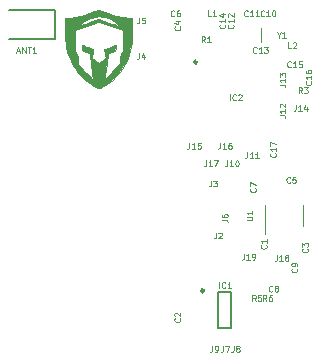
<source format=gbr>
G04 #@! TF.GenerationSoftware,KiCad,Pcbnew,(5.1.6)-1*
G04 #@! TF.CreationDate,2021-05-09T15:01:23+05:30*
G04 #@! TF.ProjectId,ProTag,50726f54-6167-42e6-9b69-6361645f7063,1*
G04 #@! TF.SameCoordinates,Original*
G04 #@! TF.FileFunction,Legend,Top*
G04 #@! TF.FilePolarity,Positive*
%FSLAX45Y45*%
G04 Gerber Fmt 4.5, Leading zero omitted, Abs format (unit mm)*
G04 Created by KiCad (PCBNEW (5.1.6)-1) date 2021-05-09 15:01:23*
%MOMM*%
%LPD*%
G01*
G04 APERTURE LIST*
%ADD10C,0.010000*%
%ADD11C,0.200000*%
%ADD12C,0.254000*%
%ADD13C,0.250000*%
%ADD14C,0.120000*%
%ADD15C,0.100000*%
G04 APERTURE END LIST*
D10*
G04 #@! TO.C,G\u002A\u002A\u002A*
G36*
X17695612Y-10611610D02*
G01*
X17706416Y-10614911D01*
X17720704Y-10619761D01*
X17732487Y-10624014D01*
X17768351Y-10636395D01*
X17805350Y-10647559D01*
X17842068Y-10657179D01*
X17877088Y-10664928D01*
X17908993Y-10670479D01*
X17936367Y-10673507D01*
X17949147Y-10673978D01*
X17961867Y-10674508D01*
X17969025Y-10676403D01*
X17972395Y-10680156D01*
X17972518Y-10680458D01*
X17973487Y-10686206D01*
X17974545Y-10697946D01*
X17975599Y-10714281D01*
X17976554Y-10733818D01*
X17977087Y-10747884D01*
X17976449Y-10819549D01*
X17969618Y-10887478D01*
X17956617Y-10951575D01*
X17937471Y-11011743D01*
X17912204Y-11067884D01*
X17887468Y-11110031D01*
X17872595Y-11130211D01*
X17853299Y-11152669D01*
X17831339Y-11175633D01*
X17808473Y-11197330D01*
X17786458Y-11215990D01*
X17771280Y-11227116D01*
X17759793Y-11234421D01*
X17745750Y-11242811D01*
X17730636Y-11251468D01*
X17715934Y-11259574D01*
X17703129Y-11266310D01*
X17693705Y-11270858D01*
X17689169Y-11272401D01*
X17685679Y-11270745D01*
X17677184Y-11266399D01*
X17665202Y-11260144D01*
X17658596Y-11256661D01*
X17625573Y-11237907D01*
X17597096Y-11218607D01*
X17570465Y-11196775D01*
X17547432Y-11174915D01*
X17515285Y-11139639D01*
X17488196Y-11102720D01*
X17465234Y-11062615D01*
X17445470Y-11017783D01*
X17434842Y-10988221D01*
X17424380Y-10954457D01*
X17416411Y-10922510D01*
X17410662Y-10890531D01*
X17406859Y-10856669D01*
X17404730Y-10819073D01*
X17404014Y-10779287D01*
X17404021Y-10774190D01*
X17490495Y-10774190D01*
X17490495Y-10954524D01*
X17503426Y-10978049D01*
X17509945Y-10990582D01*
X17513827Y-11000744D01*
X17515758Y-11011401D01*
X17516423Y-11025419D01*
X17516488Y-11032671D01*
X17516620Y-11063767D01*
X17578372Y-11130847D01*
X17599120Y-11153110D01*
X17615941Y-11170571D01*
X17628633Y-11183035D01*
X17636994Y-11190305D01*
X17640823Y-11192186D01*
X17641047Y-11191806D01*
X17640813Y-11186676D01*
X17639694Y-11175213D01*
X17637806Y-11158406D01*
X17635265Y-11137245D01*
X17632188Y-11112717D01*
X17628690Y-11085811D01*
X17628040Y-11080904D01*
X17614109Y-10976121D01*
X17582192Y-10963349D01*
X17550274Y-10950577D01*
X17547704Y-10928436D01*
X17546545Y-10916537D01*
X17546133Y-10908015D01*
X17546447Y-10905039D01*
X17550144Y-10905850D01*
X17559135Y-10908923D01*
X17571906Y-10913658D01*
X17586940Y-10919454D01*
X17602720Y-10925711D01*
X17617729Y-10931829D01*
X17630451Y-10937207D01*
X17639370Y-10941245D01*
X17642858Y-10943204D01*
X17643496Y-10947806D01*
X17642842Y-10957813D01*
X17641045Y-10971381D01*
X17640092Y-10977094D01*
X17637583Y-10992020D01*
X17635695Y-11004531D01*
X17634732Y-11012554D01*
X17634670Y-11013891D01*
X17637620Y-11018225D01*
X17645467Y-11025259D01*
X17656822Y-11033813D01*
X17663759Y-11038542D01*
X17692770Y-11057652D01*
X17751757Y-11018160D01*
X17745418Y-10980636D01*
X17739078Y-10943113D01*
X17746866Y-10940125D01*
X17753235Y-10937618D01*
X17764809Y-10933005D01*
X17779938Y-10926946D01*
X17796876Y-10920138D01*
X17813100Y-10913740D01*
X17826646Y-10908651D01*
X17836161Y-10905360D01*
X17840293Y-10904359D01*
X17840347Y-10904388D01*
X17840317Y-10908362D01*
X17839012Y-10917510D01*
X17836918Y-10928804D01*
X17832240Y-10951971D01*
X17804531Y-10962885D01*
X17791155Y-10968368D01*
X17780435Y-10973161D01*
X17774265Y-10976407D01*
X17773657Y-10976874D01*
X17772510Y-10981025D01*
X17770600Y-10991356D01*
X17768079Y-11006762D01*
X17765100Y-11026141D01*
X17761817Y-11048388D01*
X17758383Y-11072399D01*
X17754950Y-11097072D01*
X17751672Y-11121303D01*
X17748702Y-11143988D01*
X17746193Y-11164023D01*
X17744299Y-11180305D01*
X17743171Y-11191730D01*
X17742964Y-11197195D01*
X17743056Y-11197488D01*
X17745777Y-11195221D01*
X17752783Y-11188190D01*
X17763398Y-11177106D01*
X17776948Y-11162681D01*
X17792757Y-11145627D01*
X17807496Y-11129563D01*
X17870683Y-11060387D01*
X17868551Y-11032521D01*
X17867654Y-11017860D01*
X17868126Y-11007525D01*
X17870620Y-10998489D01*
X17875790Y-10987723D01*
X17879810Y-10980333D01*
X17893200Y-10956012D01*
X17893200Y-10774008D01*
X17796218Y-10742244D01*
X17770606Y-10733906D01*
X17747129Y-10726362D01*
X17726749Y-10719913D01*
X17710429Y-10714860D01*
X17699132Y-10711504D01*
X17693819Y-10710147D01*
X17693695Y-10710134D01*
X17688854Y-10711153D01*
X17677949Y-10714201D01*
X17661934Y-10718988D01*
X17641759Y-10725224D01*
X17618377Y-10732617D01*
X17592740Y-10740878D01*
X17589324Y-10741990D01*
X17490495Y-10774190D01*
X17404021Y-10774190D01*
X17404049Y-10755147D01*
X17404262Y-10738974D01*
X17532077Y-10738974D01*
X17535827Y-10738260D01*
X17545564Y-10735487D01*
X17560275Y-10730970D01*
X17578949Y-10725022D01*
X17600576Y-10717958D01*
X17612141Y-10714119D01*
X17690806Y-10687866D01*
X17774454Y-10715666D01*
X17797919Y-10723463D01*
X17818946Y-10730446D01*
X17836553Y-10736289D01*
X17849761Y-10740668D01*
X17857589Y-10743257D01*
X17859336Y-10743828D01*
X17857993Y-10741455D01*
X17853212Y-10734985D01*
X17849031Y-10729620D01*
X17830044Y-10710695D01*
X17805320Y-10693868D01*
X17776399Y-10679947D01*
X17744821Y-10669741D01*
X17728445Y-10666272D01*
X17695994Y-10663607D01*
X17662354Y-10666208D01*
X17629064Y-10673595D01*
X17597660Y-10685286D01*
X17569679Y-10700803D01*
X17546659Y-10719663D01*
X17542152Y-10724509D01*
X17535697Y-10732431D01*
X17532246Y-10737812D01*
X17532077Y-10738974D01*
X17404262Y-10738974D01*
X17404345Y-10732694D01*
X17404863Y-10713280D01*
X17405564Y-10698257D01*
X17406411Y-10688976D01*
X17406611Y-10687847D01*
X17409549Y-10673993D01*
X17430626Y-10673978D01*
X17459000Y-10672250D01*
X17492661Y-10667284D01*
X17530394Y-10659353D01*
X17570985Y-10648733D01*
X17613218Y-10635695D01*
X17637311Y-10627377D01*
X17655093Y-10621135D01*
X17670665Y-10615922D01*
X17682565Y-10612212D01*
X17689329Y-10610476D01*
X17690000Y-10610405D01*
X17695612Y-10611610D01*
G37*
X17695612Y-10611610D02*
X17706416Y-10614911D01*
X17720704Y-10619761D01*
X17732487Y-10624014D01*
X17768351Y-10636395D01*
X17805350Y-10647559D01*
X17842068Y-10657179D01*
X17877088Y-10664928D01*
X17908993Y-10670479D01*
X17936367Y-10673507D01*
X17949147Y-10673978D01*
X17961867Y-10674508D01*
X17969025Y-10676403D01*
X17972395Y-10680156D01*
X17972518Y-10680458D01*
X17973487Y-10686206D01*
X17974545Y-10697946D01*
X17975599Y-10714281D01*
X17976554Y-10733818D01*
X17977087Y-10747884D01*
X17976449Y-10819549D01*
X17969618Y-10887478D01*
X17956617Y-10951575D01*
X17937471Y-11011743D01*
X17912204Y-11067884D01*
X17887468Y-11110031D01*
X17872595Y-11130211D01*
X17853299Y-11152669D01*
X17831339Y-11175633D01*
X17808473Y-11197330D01*
X17786458Y-11215990D01*
X17771280Y-11227116D01*
X17759793Y-11234421D01*
X17745750Y-11242811D01*
X17730636Y-11251468D01*
X17715934Y-11259574D01*
X17703129Y-11266310D01*
X17693705Y-11270858D01*
X17689169Y-11272401D01*
X17685679Y-11270745D01*
X17677184Y-11266399D01*
X17665202Y-11260144D01*
X17658596Y-11256661D01*
X17625573Y-11237907D01*
X17597096Y-11218607D01*
X17570465Y-11196775D01*
X17547432Y-11174915D01*
X17515285Y-11139639D01*
X17488196Y-11102720D01*
X17465234Y-11062615D01*
X17445470Y-11017783D01*
X17434842Y-10988221D01*
X17424380Y-10954457D01*
X17416411Y-10922510D01*
X17410662Y-10890531D01*
X17406859Y-10856669D01*
X17404730Y-10819073D01*
X17404014Y-10779287D01*
X17404021Y-10774190D01*
X17490495Y-10774190D01*
X17490495Y-10954524D01*
X17503426Y-10978049D01*
X17509945Y-10990582D01*
X17513827Y-11000744D01*
X17515758Y-11011401D01*
X17516423Y-11025419D01*
X17516488Y-11032671D01*
X17516620Y-11063767D01*
X17578372Y-11130847D01*
X17599120Y-11153110D01*
X17615941Y-11170571D01*
X17628633Y-11183035D01*
X17636994Y-11190305D01*
X17640823Y-11192186D01*
X17641047Y-11191806D01*
X17640813Y-11186676D01*
X17639694Y-11175213D01*
X17637806Y-11158406D01*
X17635265Y-11137245D01*
X17632188Y-11112717D01*
X17628690Y-11085811D01*
X17628040Y-11080904D01*
X17614109Y-10976121D01*
X17582192Y-10963349D01*
X17550274Y-10950577D01*
X17547704Y-10928436D01*
X17546545Y-10916537D01*
X17546133Y-10908015D01*
X17546447Y-10905039D01*
X17550144Y-10905850D01*
X17559135Y-10908923D01*
X17571906Y-10913658D01*
X17586940Y-10919454D01*
X17602720Y-10925711D01*
X17617729Y-10931829D01*
X17630451Y-10937207D01*
X17639370Y-10941245D01*
X17642858Y-10943204D01*
X17643496Y-10947806D01*
X17642842Y-10957813D01*
X17641045Y-10971381D01*
X17640092Y-10977094D01*
X17637583Y-10992020D01*
X17635695Y-11004531D01*
X17634732Y-11012554D01*
X17634670Y-11013891D01*
X17637620Y-11018225D01*
X17645467Y-11025259D01*
X17656822Y-11033813D01*
X17663759Y-11038542D01*
X17692770Y-11057652D01*
X17751757Y-11018160D01*
X17745418Y-10980636D01*
X17739078Y-10943113D01*
X17746866Y-10940125D01*
X17753235Y-10937618D01*
X17764809Y-10933005D01*
X17779938Y-10926946D01*
X17796876Y-10920138D01*
X17813100Y-10913740D01*
X17826646Y-10908651D01*
X17836161Y-10905360D01*
X17840293Y-10904359D01*
X17840347Y-10904388D01*
X17840317Y-10908362D01*
X17839012Y-10917510D01*
X17836918Y-10928804D01*
X17832240Y-10951971D01*
X17804531Y-10962885D01*
X17791155Y-10968368D01*
X17780435Y-10973161D01*
X17774265Y-10976407D01*
X17773657Y-10976874D01*
X17772510Y-10981025D01*
X17770600Y-10991356D01*
X17768079Y-11006762D01*
X17765100Y-11026141D01*
X17761817Y-11048388D01*
X17758383Y-11072399D01*
X17754950Y-11097072D01*
X17751672Y-11121303D01*
X17748702Y-11143988D01*
X17746193Y-11164023D01*
X17744299Y-11180305D01*
X17743171Y-11191730D01*
X17742964Y-11197195D01*
X17743056Y-11197488D01*
X17745777Y-11195221D01*
X17752783Y-11188190D01*
X17763398Y-11177106D01*
X17776948Y-11162681D01*
X17792757Y-11145627D01*
X17807496Y-11129563D01*
X17870683Y-11060387D01*
X17868551Y-11032521D01*
X17867654Y-11017860D01*
X17868126Y-11007525D01*
X17870620Y-10998489D01*
X17875790Y-10987723D01*
X17879810Y-10980333D01*
X17893200Y-10956012D01*
X17893200Y-10774008D01*
X17796218Y-10742244D01*
X17770606Y-10733906D01*
X17747129Y-10726362D01*
X17726749Y-10719913D01*
X17710429Y-10714860D01*
X17699132Y-10711504D01*
X17693819Y-10710147D01*
X17693695Y-10710134D01*
X17688854Y-10711153D01*
X17677949Y-10714201D01*
X17661934Y-10718988D01*
X17641759Y-10725224D01*
X17618377Y-10732617D01*
X17592740Y-10740878D01*
X17589324Y-10741990D01*
X17490495Y-10774190D01*
X17404021Y-10774190D01*
X17404049Y-10755147D01*
X17404262Y-10738974D01*
X17532077Y-10738974D01*
X17535827Y-10738260D01*
X17545564Y-10735487D01*
X17560275Y-10730970D01*
X17578949Y-10725022D01*
X17600576Y-10717958D01*
X17612141Y-10714119D01*
X17690806Y-10687866D01*
X17774454Y-10715666D01*
X17797919Y-10723463D01*
X17818946Y-10730446D01*
X17836553Y-10736289D01*
X17849761Y-10740668D01*
X17857589Y-10743257D01*
X17859336Y-10743828D01*
X17857993Y-10741455D01*
X17853212Y-10734985D01*
X17849031Y-10729620D01*
X17830044Y-10710695D01*
X17805320Y-10693868D01*
X17776399Y-10679947D01*
X17744821Y-10669741D01*
X17728445Y-10666272D01*
X17695994Y-10663607D01*
X17662354Y-10666208D01*
X17629064Y-10673595D01*
X17597660Y-10685286D01*
X17569679Y-10700803D01*
X17546659Y-10719663D01*
X17542152Y-10724509D01*
X17535697Y-10732431D01*
X17532246Y-10737812D01*
X17532077Y-10738974D01*
X17404262Y-10738974D01*
X17404345Y-10732694D01*
X17404863Y-10713280D01*
X17405564Y-10698257D01*
X17406411Y-10688976D01*
X17406611Y-10687847D01*
X17409549Y-10673993D01*
X17430626Y-10673978D01*
X17459000Y-10672250D01*
X17492661Y-10667284D01*
X17530394Y-10659353D01*
X17570985Y-10648733D01*
X17613218Y-10635695D01*
X17637311Y-10627377D01*
X17655093Y-10621135D01*
X17670665Y-10615922D01*
X17682565Y-10612212D01*
X17689329Y-10610476D01*
X17690000Y-10610405D01*
X17695612Y-10611610D01*
D11*
G04 #@! TO.C,ANT1*
X16930000Y-10855000D02*
X17322500Y-10855000D01*
X17322500Y-10855000D02*
X17322500Y-10605000D01*
X17322500Y-10605000D02*
X16930000Y-10605000D01*
D12*
G04 #@! TO.C,IC1*
X18582500Y-12985000D02*
G75*
G03*
X18582500Y-12985000I-12500J0D01*
G01*
D11*
X18705000Y-13300000D02*
X18705000Y-13000000D01*
X18815000Y-13300000D02*
X18705000Y-13300000D01*
X18815000Y-13000000D02*
X18815000Y-13300000D01*
X18705000Y-13000000D02*
X18815000Y-13000000D01*
D13*
G04 #@! TO.C,IC2*
X18525000Y-11050000D02*
G75*
G03*
X18525000Y-11050000I-12500J0D01*
G01*
D14*
G04 #@! TO.C,U1*
X19099000Y-12260000D02*
X19099000Y-12505000D01*
X19421000Y-12440000D02*
X19421000Y-12260000D01*
D15*
G04 #@! TO.C,Y1*
X19065000Y-10760000D02*
X19065000Y-10880000D01*
X19065000Y-10880000D02*
X19065000Y-10760000D01*
G04 #@! TO.C,ANT1*
X16999048Y-10958333D02*
X17022857Y-10958333D01*
X16994286Y-10972619D02*
X17010952Y-10922619D01*
X17027619Y-10972619D01*
X17044286Y-10972619D02*
X17044286Y-10922619D01*
X17072857Y-10972619D01*
X17072857Y-10922619D01*
X17089524Y-10922619D02*
X17118095Y-10922619D01*
X17103810Y-10972619D02*
X17103810Y-10922619D01*
X17160952Y-10972619D02*
X17132381Y-10972619D01*
X17146667Y-10972619D02*
X17146667Y-10922619D01*
X17141905Y-10929762D01*
X17137143Y-10934524D01*
X17132381Y-10936905D01*
G04 #@! TO.C,C1*
X19107857Y-12598333D02*
X19110238Y-12600714D01*
X19112619Y-12607857D01*
X19112619Y-12612619D01*
X19110238Y-12619762D01*
X19105476Y-12624524D01*
X19100714Y-12626905D01*
X19091190Y-12629286D01*
X19084048Y-12629286D01*
X19074524Y-12626905D01*
X19069762Y-12624524D01*
X19065000Y-12619762D01*
X19062619Y-12612619D01*
X19062619Y-12607857D01*
X19065000Y-12600714D01*
X19067381Y-12598333D01*
X19112619Y-12550714D02*
X19112619Y-12579286D01*
X19112619Y-12565000D02*
X19062619Y-12565000D01*
X19069762Y-12569762D01*
X19074524Y-12574524D01*
X19076905Y-12579286D01*
G04 #@! TO.C,C2*
X18377857Y-13218333D02*
X18380238Y-13220714D01*
X18382619Y-13227857D01*
X18382619Y-13232619D01*
X18380238Y-13239762D01*
X18375476Y-13244524D01*
X18370714Y-13246905D01*
X18361190Y-13249286D01*
X18354048Y-13249286D01*
X18344524Y-13246905D01*
X18339762Y-13244524D01*
X18335000Y-13239762D01*
X18332619Y-13232619D01*
X18332619Y-13227857D01*
X18335000Y-13220714D01*
X18337381Y-13218333D01*
X18337381Y-13199286D02*
X18335000Y-13196905D01*
X18332619Y-13192143D01*
X18332619Y-13180238D01*
X18335000Y-13175476D01*
X18337381Y-13173095D01*
X18342143Y-13170714D01*
X18346905Y-13170714D01*
X18354048Y-13173095D01*
X18382619Y-13201667D01*
X18382619Y-13170714D01*
G04 #@! TO.C,C3*
X19457857Y-12628333D02*
X19460238Y-12630714D01*
X19462619Y-12637857D01*
X19462619Y-12642619D01*
X19460238Y-12649762D01*
X19455476Y-12654524D01*
X19450714Y-12656905D01*
X19441190Y-12659286D01*
X19434048Y-12659286D01*
X19424524Y-12656905D01*
X19419762Y-12654524D01*
X19415000Y-12649762D01*
X19412619Y-12642619D01*
X19412619Y-12637857D01*
X19415000Y-12630714D01*
X19417381Y-12628333D01*
X19412619Y-12611667D02*
X19412619Y-12580714D01*
X19431667Y-12597381D01*
X19431667Y-12590238D01*
X19434048Y-12585476D01*
X19436429Y-12583095D01*
X19441190Y-12580714D01*
X19453095Y-12580714D01*
X19457857Y-12583095D01*
X19460238Y-12585476D01*
X19462619Y-12590238D01*
X19462619Y-12604524D01*
X19460238Y-12609286D01*
X19457857Y-12611667D01*
G04 #@! TO.C,C4*
X18377857Y-10748333D02*
X18380238Y-10750714D01*
X18382619Y-10757857D01*
X18382619Y-10762619D01*
X18380238Y-10769762D01*
X18375476Y-10774524D01*
X18370714Y-10776905D01*
X18361190Y-10779286D01*
X18354048Y-10779286D01*
X18344524Y-10776905D01*
X18339762Y-10774524D01*
X18335000Y-10769762D01*
X18332619Y-10762619D01*
X18332619Y-10757857D01*
X18335000Y-10750714D01*
X18337381Y-10748333D01*
X18349286Y-10705476D02*
X18382619Y-10705476D01*
X18330238Y-10717381D02*
X18365952Y-10729286D01*
X18365952Y-10698333D01*
G04 #@! TO.C,C5*
X19311667Y-12067857D02*
X19309286Y-12070238D01*
X19302143Y-12072619D01*
X19297381Y-12072619D01*
X19290238Y-12070238D01*
X19285476Y-12065476D01*
X19283095Y-12060714D01*
X19280714Y-12051190D01*
X19280714Y-12044048D01*
X19283095Y-12034524D01*
X19285476Y-12029762D01*
X19290238Y-12025000D01*
X19297381Y-12022619D01*
X19302143Y-12022619D01*
X19309286Y-12025000D01*
X19311667Y-12027381D01*
X19356905Y-12022619D02*
X19333095Y-12022619D01*
X19330714Y-12046428D01*
X19333095Y-12044048D01*
X19337857Y-12041667D01*
X19349762Y-12041667D01*
X19354524Y-12044048D01*
X19356905Y-12046428D01*
X19359286Y-12051190D01*
X19359286Y-12063095D01*
X19356905Y-12067857D01*
X19354524Y-12070238D01*
X19349762Y-12072619D01*
X19337857Y-12072619D01*
X19333095Y-12070238D01*
X19330714Y-12067857D01*
G04 #@! TO.C,C6*
X18331667Y-10657857D02*
X18329286Y-10660238D01*
X18322143Y-10662619D01*
X18317381Y-10662619D01*
X18310238Y-10660238D01*
X18305476Y-10655476D01*
X18303095Y-10650714D01*
X18300714Y-10641190D01*
X18300714Y-10634048D01*
X18303095Y-10624524D01*
X18305476Y-10619762D01*
X18310238Y-10615000D01*
X18317381Y-10612619D01*
X18322143Y-10612619D01*
X18329286Y-10615000D01*
X18331667Y-10617381D01*
X18374524Y-10612619D02*
X18365000Y-10612619D01*
X18360238Y-10615000D01*
X18357857Y-10617381D01*
X18353095Y-10624524D01*
X18350714Y-10634048D01*
X18350714Y-10653095D01*
X18353095Y-10657857D01*
X18355476Y-10660238D01*
X18360238Y-10662619D01*
X18369762Y-10662619D01*
X18374524Y-10660238D01*
X18376905Y-10657857D01*
X18379286Y-10653095D01*
X18379286Y-10641190D01*
X18376905Y-10636429D01*
X18374524Y-10634048D01*
X18369762Y-10631667D01*
X18360238Y-10631667D01*
X18355476Y-10634048D01*
X18353095Y-10636429D01*
X18350714Y-10641190D01*
G04 #@! TO.C,C7*
X19017857Y-12118333D02*
X19020238Y-12120714D01*
X19022619Y-12127857D01*
X19022619Y-12132619D01*
X19020238Y-12139762D01*
X19015476Y-12144524D01*
X19010714Y-12146905D01*
X19001190Y-12149286D01*
X18994048Y-12149286D01*
X18984524Y-12146905D01*
X18979762Y-12144524D01*
X18975000Y-12139762D01*
X18972619Y-12132619D01*
X18972619Y-12127857D01*
X18975000Y-12120714D01*
X18977381Y-12118333D01*
X18972619Y-12101667D02*
X18972619Y-12068333D01*
X19022619Y-12089762D01*
G04 #@! TO.C,C8*
X19161667Y-12987857D02*
X19159286Y-12990238D01*
X19152143Y-12992619D01*
X19147381Y-12992619D01*
X19140238Y-12990238D01*
X19135476Y-12985476D01*
X19133095Y-12980714D01*
X19130714Y-12971190D01*
X19130714Y-12964048D01*
X19133095Y-12954524D01*
X19135476Y-12949762D01*
X19140238Y-12945000D01*
X19147381Y-12942619D01*
X19152143Y-12942619D01*
X19159286Y-12945000D01*
X19161667Y-12947381D01*
X19190238Y-12964048D02*
X19185476Y-12961667D01*
X19183095Y-12959286D01*
X19180714Y-12954524D01*
X19180714Y-12952143D01*
X19183095Y-12947381D01*
X19185476Y-12945000D01*
X19190238Y-12942619D01*
X19199762Y-12942619D01*
X19204524Y-12945000D01*
X19206905Y-12947381D01*
X19209286Y-12952143D01*
X19209286Y-12954524D01*
X19206905Y-12959286D01*
X19204524Y-12961667D01*
X19199762Y-12964048D01*
X19190238Y-12964048D01*
X19185476Y-12966428D01*
X19183095Y-12968809D01*
X19180714Y-12973571D01*
X19180714Y-12983095D01*
X19183095Y-12987857D01*
X19185476Y-12990238D01*
X19190238Y-12992619D01*
X19199762Y-12992619D01*
X19204524Y-12990238D01*
X19206905Y-12987857D01*
X19209286Y-12983095D01*
X19209286Y-12973571D01*
X19206905Y-12968809D01*
X19204524Y-12966428D01*
X19199762Y-12964048D01*
G04 #@! TO.C,C9*
X19367857Y-12798333D02*
X19370238Y-12800714D01*
X19372619Y-12807857D01*
X19372619Y-12812619D01*
X19370238Y-12819762D01*
X19365476Y-12824524D01*
X19360714Y-12826905D01*
X19351190Y-12829286D01*
X19344048Y-12829286D01*
X19334524Y-12826905D01*
X19329762Y-12824524D01*
X19325000Y-12819762D01*
X19322619Y-12812619D01*
X19322619Y-12807857D01*
X19325000Y-12800714D01*
X19327381Y-12798333D01*
X19372619Y-12774524D02*
X19372619Y-12765000D01*
X19370238Y-12760238D01*
X19367857Y-12757857D01*
X19360714Y-12753095D01*
X19351190Y-12750714D01*
X19332143Y-12750714D01*
X19327381Y-12753095D01*
X19325000Y-12755476D01*
X19322619Y-12760238D01*
X19322619Y-12769762D01*
X19325000Y-12774524D01*
X19327381Y-12776905D01*
X19332143Y-12779286D01*
X19344048Y-12779286D01*
X19348810Y-12776905D01*
X19351190Y-12774524D01*
X19353571Y-12769762D01*
X19353571Y-12760238D01*
X19351190Y-12755476D01*
X19348810Y-12753095D01*
X19344048Y-12750714D01*
G04 #@! TO.C,C10*
X19092357Y-10657857D02*
X19089976Y-10660238D01*
X19082833Y-10662619D01*
X19078071Y-10662619D01*
X19070929Y-10660238D01*
X19066167Y-10655476D01*
X19063786Y-10650714D01*
X19061405Y-10641190D01*
X19061405Y-10634048D01*
X19063786Y-10624524D01*
X19066167Y-10619762D01*
X19070929Y-10615000D01*
X19078071Y-10612619D01*
X19082833Y-10612619D01*
X19089976Y-10615000D01*
X19092357Y-10617381D01*
X19139976Y-10662619D02*
X19111405Y-10662619D01*
X19125690Y-10662619D02*
X19125690Y-10612619D01*
X19120929Y-10619762D01*
X19116167Y-10624524D01*
X19111405Y-10626905D01*
X19170929Y-10612619D02*
X19175690Y-10612619D01*
X19180452Y-10615000D01*
X19182833Y-10617381D01*
X19185214Y-10622143D01*
X19187595Y-10631667D01*
X19187595Y-10643571D01*
X19185214Y-10653095D01*
X19182833Y-10657857D01*
X19180452Y-10660238D01*
X19175690Y-10662619D01*
X19170929Y-10662619D01*
X19166167Y-10660238D01*
X19163786Y-10657857D01*
X19161405Y-10653095D01*
X19159024Y-10643571D01*
X19159024Y-10631667D01*
X19161405Y-10622143D01*
X19163786Y-10617381D01*
X19166167Y-10615000D01*
X19170929Y-10612619D01*
G04 #@! TO.C,C11*
X18953357Y-10657857D02*
X18950976Y-10660238D01*
X18943833Y-10662619D01*
X18939071Y-10662619D01*
X18931929Y-10660238D01*
X18927167Y-10655476D01*
X18924786Y-10650714D01*
X18922405Y-10641190D01*
X18922405Y-10634048D01*
X18924786Y-10624524D01*
X18927167Y-10619762D01*
X18931929Y-10615000D01*
X18939071Y-10612619D01*
X18943833Y-10612619D01*
X18950976Y-10615000D01*
X18953357Y-10617381D01*
X19000976Y-10662619D02*
X18972405Y-10662619D01*
X18986690Y-10662619D02*
X18986690Y-10612619D01*
X18981929Y-10619762D01*
X18977167Y-10624524D01*
X18972405Y-10626905D01*
X19048595Y-10662619D02*
X19020024Y-10662619D01*
X19034310Y-10662619D02*
X19034310Y-10612619D01*
X19029548Y-10619762D01*
X19024786Y-10624524D01*
X19020024Y-10626905D01*
G04 #@! TO.C,C12*
X18827857Y-10732143D02*
X18830238Y-10734524D01*
X18832619Y-10741667D01*
X18832619Y-10746429D01*
X18830238Y-10753571D01*
X18825476Y-10758333D01*
X18820714Y-10760714D01*
X18811190Y-10763095D01*
X18804048Y-10763095D01*
X18794524Y-10760714D01*
X18789762Y-10758333D01*
X18785000Y-10753571D01*
X18782619Y-10746429D01*
X18782619Y-10741667D01*
X18785000Y-10734524D01*
X18787381Y-10732143D01*
X18832619Y-10684524D02*
X18832619Y-10713095D01*
X18832619Y-10698810D02*
X18782619Y-10698810D01*
X18789762Y-10703571D01*
X18794524Y-10708333D01*
X18796905Y-10713095D01*
X18787381Y-10665476D02*
X18785000Y-10663095D01*
X18782619Y-10658333D01*
X18782619Y-10646429D01*
X18785000Y-10641667D01*
X18787381Y-10639286D01*
X18792143Y-10636905D01*
X18796905Y-10636905D01*
X18804048Y-10639286D01*
X18832619Y-10667857D01*
X18832619Y-10636905D01*
G04 #@! TO.C,C13*
X19027857Y-10967857D02*
X19025476Y-10970238D01*
X19018333Y-10972619D01*
X19013571Y-10972619D01*
X19006429Y-10970238D01*
X19001667Y-10965476D01*
X18999286Y-10960714D01*
X18996905Y-10951190D01*
X18996905Y-10944048D01*
X18999286Y-10934524D01*
X19001667Y-10929762D01*
X19006429Y-10925000D01*
X19013571Y-10922619D01*
X19018333Y-10922619D01*
X19025476Y-10925000D01*
X19027857Y-10927381D01*
X19075476Y-10972619D02*
X19046905Y-10972619D01*
X19061190Y-10972619D02*
X19061190Y-10922619D01*
X19056429Y-10929762D01*
X19051667Y-10934524D01*
X19046905Y-10936905D01*
X19092143Y-10922619D02*
X19123095Y-10922619D01*
X19106429Y-10941667D01*
X19113571Y-10941667D01*
X19118333Y-10944048D01*
X19120714Y-10946429D01*
X19123095Y-10951190D01*
X19123095Y-10963095D01*
X19120714Y-10967857D01*
X19118333Y-10970238D01*
X19113571Y-10972619D01*
X19099286Y-10972619D01*
X19094524Y-10970238D01*
X19092143Y-10967857D01*
G04 #@! TO.C,C14*
X18757857Y-10732143D02*
X18760238Y-10734524D01*
X18762619Y-10741667D01*
X18762619Y-10746429D01*
X18760238Y-10753571D01*
X18755476Y-10758333D01*
X18750714Y-10760714D01*
X18741190Y-10763095D01*
X18734048Y-10763095D01*
X18724524Y-10760714D01*
X18719762Y-10758333D01*
X18715000Y-10753571D01*
X18712619Y-10746429D01*
X18712619Y-10741667D01*
X18715000Y-10734524D01*
X18717381Y-10732143D01*
X18762619Y-10684524D02*
X18762619Y-10713095D01*
X18762619Y-10698810D02*
X18712619Y-10698810D01*
X18719762Y-10703571D01*
X18724524Y-10708333D01*
X18726905Y-10713095D01*
X18729286Y-10641667D02*
X18762619Y-10641667D01*
X18710238Y-10653571D02*
X18745952Y-10665476D01*
X18745952Y-10634524D01*
G04 #@! TO.C,C15*
X19317857Y-11087857D02*
X19315476Y-11090238D01*
X19308333Y-11092619D01*
X19303571Y-11092619D01*
X19296429Y-11090238D01*
X19291667Y-11085476D01*
X19289286Y-11080714D01*
X19286905Y-11071190D01*
X19286905Y-11064048D01*
X19289286Y-11054524D01*
X19291667Y-11049762D01*
X19296429Y-11045000D01*
X19303571Y-11042619D01*
X19308333Y-11042619D01*
X19315476Y-11045000D01*
X19317857Y-11047381D01*
X19365476Y-11092619D02*
X19336905Y-11092619D01*
X19351190Y-11092619D02*
X19351190Y-11042619D01*
X19346429Y-11049762D01*
X19341667Y-11054524D01*
X19336905Y-11056905D01*
X19410714Y-11042619D02*
X19386905Y-11042619D01*
X19384524Y-11066429D01*
X19386905Y-11064048D01*
X19391667Y-11061667D01*
X19403571Y-11061667D01*
X19408333Y-11064048D01*
X19410714Y-11066429D01*
X19413095Y-11071190D01*
X19413095Y-11083095D01*
X19410714Y-11087857D01*
X19408333Y-11090238D01*
X19403571Y-11092619D01*
X19391667Y-11092619D01*
X19386905Y-11090238D01*
X19384524Y-11087857D01*
G04 #@! TO.C,C16*
X19487857Y-11212143D02*
X19490238Y-11214524D01*
X19492619Y-11221667D01*
X19492619Y-11226428D01*
X19490238Y-11233571D01*
X19485476Y-11238333D01*
X19480714Y-11240714D01*
X19471190Y-11243095D01*
X19464048Y-11243095D01*
X19454524Y-11240714D01*
X19449762Y-11238333D01*
X19445000Y-11233571D01*
X19442619Y-11226428D01*
X19442619Y-11221667D01*
X19445000Y-11214524D01*
X19447381Y-11212143D01*
X19492619Y-11164524D02*
X19492619Y-11193095D01*
X19492619Y-11178810D02*
X19442619Y-11178810D01*
X19449762Y-11183571D01*
X19454524Y-11188333D01*
X19456905Y-11193095D01*
X19442619Y-11121667D02*
X19442619Y-11131190D01*
X19445000Y-11135952D01*
X19447381Y-11138333D01*
X19454524Y-11143095D01*
X19464048Y-11145476D01*
X19483095Y-11145476D01*
X19487857Y-11143095D01*
X19490238Y-11140714D01*
X19492619Y-11135952D01*
X19492619Y-11126429D01*
X19490238Y-11121667D01*
X19487857Y-11119286D01*
X19483095Y-11116905D01*
X19471190Y-11116905D01*
X19466429Y-11119286D01*
X19464048Y-11121667D01*
X19461667Y-11126429D01*
X19461667Y-11135952D01*
X19464048Y-11140714D01*
X19466429Y-11143095D01*
X19471190Y-11145476D01*
G04 #@! TO.C,C17*
X19187857Y-11822143D02*
X19190238Y-11824524D01*
X19192619Y-11831667D01*
X19192619Y-11836428D01*
X19190238Y-11843571D01*
X19185476Y-11848333D01*
X19180714Y-11850714D01*
X19171190Y-11853095D01*
X19164048Y-11853095D01*
X19154524Y-11850714D01*
X19149762Y-11848333D01*
X19145000Y-11843571D01*
X19142619Y-11836428D01*
X19142619Y-11831667D01*
X19145000Y-11824524D01*
X19147381Y-11822143D01*
X19192619Y-11774524D02*
X19192619Y-11803095D01*
X19192619Y-11788809D02*
X19142619Y-11788809D01*
X19149762Y-11793571D01*
X19154524Y-11798333D01*
X19156905Y-11803095D01*
X19142619Y-11757857D02*
X19142619Y-11724524D01*
X19192619Y-11745952D01*
G04 #@! TO.C,IC1*
X18711190Y-12962619D02*
X18711190Y-12912619D01*
X18763571Y-12957857D02*
X18761190Y-12960238D01*
X18754048Y-12962619D01*
X18749286Y-12962619D01*
X18742143Y-12960238D01*
X18737381Y-12955476D01*
X18735000Y-12950714D01*
X18732619Y-12941190D01*
X18732619Y-12934048D01*
X18735000Y-12924524D01*
X18737381Y-12919762D01*
X18742143Y-12915000D01*
X18749286Y-12912619D01*
X18754048Y-12912619D01*
X18761190Y-12915000D01*
X18763571Y-12917381D01*
X18811190Y-12962619D02*
X18782619Y-12962619D01*
X18796905Y-12962619D02*
X18796905Y-12912619D01*
X18792143Y-12919762D01*
X18787381Y-12924524D01*
X18782619Y-12926905D01*
G04 #@! TO.C,IC2*
X18801190Y-11372619D02*
X18801190Y-11322619D01*
X18853571Y-11367857D02*
X18851190Y-11370238D01*
X18844048Y-11372619D01*
X18839286Y-11372619D01*
X18832143Y-11370238D01*
X18827381Y-11365476D01*
X18825000Y-11360714D01*
X18822619Y-11351190D01*
X18822619Y-11344048D01*
X18825000Y-11334524D01*
X18827381Y-11329762D01*
X18832143Y-11325000D01*
X18839286Y-11322619D01*
X18844048Y-11322619D01*
X18851190Y-11325000D01*
X18853571Y-11327381D01*
X18872619Y-11327381D02*
X18875000Y-11325000D01*
X18879762Y-11322619D01*
X18891667Y-11322619D01*
X18896429Y-11325000D01*
X18898810Y-11327381D01*
X18901190Y-11332143D01*
X18901190Y-11336905D01*
X18898810Y-11344048D01*
X18870238Y-11372619D01*
X18901190Y-11372619D01*
G04 #@! TO.C,J2*
X18683333Y-12492619D02*
X18683333Y-12528333D01*
X18680952Y-12535476D01*
X18676190Y-12540238D01*
X18669048Y-12542619D01*
X18664286Y-12542619D01*
X18704762Y-12497381D02*
X18707143Y-12495000D01*
X18711905Y-12492619D01*
X18723810Y-12492619D01*
X18728571Y-12495000D01*
X18730952Y-12497381D01*
X18733333Y-12502143D01*
X18733333Y-12506905D01*
X18730952Y-12514048D01*
X18702381Y-12542619D01*
X18733333Y-12542619D01*
G04 #@! TO.C,J3*
X18643333Y-12052619D02*
X18643333Y-12088333D01*
X18640952Y-12095476D01*
X18636190Y-12100238D01*
X18629048Y-12102619D01*
X18624286Y-12102619D01*
X18662381Y-12052619D02*
X18693333Y-12052619D01*
X18676667Y-12071667D01*
X18683810Y-12071667D01*
X18688571Y-12074048D01*
X18690952Y-12076428D01*
X18693333Y-12081190D01*
X18693333Y-12093095D01*
X18690952Y-12097857D01*
X18688571Y-12100238D01*
X18683810Y-12102619D01*
X18669524Y-12102619D01*
X18664762Y-12100238D01*
X18662381Y-12097857D01*
G04 #@! TO.C,J4*
X18033333Y-10972619D02*
X18033333Y-11008333D01*
X18030952Y-11015476D01*
X18026190Y-11020238D01*
X18019048Y-11022619D01*
X18014286Y-11022619D01*
X18078571Y-10989286D02*
X18078571Y-11022619D01*
X18066667Y-10970238D02*
X18054762Y-11005952D01*
X18085714Y-11005952D01*
G04 #@! TO.C,J5*
X18033333Y-10672619D02*
X18033333Y-10708333D01*
X18030952Y-10715476D01*
X18026190Y-10720238D01*
X18019048Y-10722619D01*
X18014286Y-10722619D01*
X18080952Y-10672619D02*
X18057143Y-10672619D01*
X18054762Y-10696429D01*
X18057143Y-10694048D01*
X18061905Y-10691667D01*
X18073810Y-10691667D01*
X18078571Y-10694048D01*
X18080952Y-10696429D01*
X18083333Y-10701190D01*
X18083333Y-10713095D01*
X18080952Y-10717857D01*
X18078571Y-10720238D01*
X18073810Y-10722619D01*
X18061905Y-10722619D01*
X18057143Y-10720238D01*
X18054762Y-10717857D01*
G04 #@! TO.C,J6*
X18732619Y-12386667D02*
X18768333Y-12386667D01*
X18775476Y-12389048D01*
X18780238Y-12393809D01*
X18782619Y-12400952D01*
X18782619Y-12405714D01*
X18732619Y-12341428D02*
X18732619Y-12350952D01*
X18735000Y-12355714D01*
X18737381Y-12358095D01*
X18744524Y-12362857D01*
X18754048Y-12365238D01*
X18773095Y-12365238D01*
X18777857Y-12362857D01*
X18780238Y-12360476D01*
X18782619Y-12355714D01*
X18782619Y-12346190D01*
X18780238Y-12341428D01*
X18777857Y-12339048D01*
X18773095Y-12336667D01*
X18761190Y-12336667D01*
X18756429Y-12339048D01*
X18754048Y-12341428D01*
X18751667Y-12346190D01*
X18751667Y-12355714D01*
X18754048Y-12360476D01*
X18756429Y-12362857D01*
X18761190Y-12365238D01*
G04 #@! TO.C,J7*
X18743333Y-13452619D02*
X18743333Y-13488333D01*
X18740952Y-13495476D01*
X18736190Y-13500238D01*
X18729048Y-13502619D01*
X18724286Y-13502619D01*
X18762381Y-13452619D02*
X18795714Y-13452619D01*
X18774286Y-13502619D01*
G04 #@! TO.C,J8*
X18833333Y-13452619D02*
X18833333Y-13488333D01*
X18830952Y-13495476D01*
X18826190Y-13500238D01*
X18819048Y-13502619D01*
X18814286Y-13502619D01*
X18864286Y-13474048D02*
X18859524Y-13471667D01*
X18857143Y-13469286D01*
X18854762Y-13464524D01*
X18854762Y-13462143D01*
X18857143Y-13457381D01*
X18859524Y-13455000D01*
X18864286Y-13452619D01*
X18873810Y-13452619D01*
X18878571Y-13455000D01*
X18880952Y-13457381D01*
X18883333Y-13462143D01*
X18883333Y-13464524D01*
X18880952Y-13469286D01*
X18878571Y-13471667D01*
X18873810Y-13474048D01*
X18864286Y-13474048D01*
X18859524Y-13476428D01*
X18857143Y-13478809D01*
X18854762Y-13483571D01*
X18854762Y-13493095D01*
X18857143Y-13497857D01*
X18859524Y-13500238D01*
X18864286Y-13502619D01*
X18873810Y-13502619D01*
X18878571Y-13500238D01*
X18880952Y-13497857D01*
X18883333Y-13493095D01*
X18883333Y-13483571D01*
X18880952Y-13478809D01*
X18878571Y-13476428D01*
X18873810Y-13474048D01*
G04 #@! TO.C,J9*
X18653333Y-13452619D02*
X18653333Y-13488333D01*
X18650952Y-13495476D01*
X18646190Y-13500238D01*
X18639048Y-13502619D01*
X18634286Y-13502619D01*
X18679524Y-13502619D02*
X18689048Y-13502619D01*
X18693810Y-13500238D01*
X18696190Y-13497857D01*
X18700952Y-13490714D01*
X18703333Y-13481190D01*
X18703333Y-13462143D01*
X18700952Y-13457381D01*
X18698571Y-13455000D01*
X18693810Y-13452619D01*
X18684286Y-13452619D01*
X18679524Y-13455000D01*
X18677143Y-13457381D01*
X18674762Y-13462143D01*
X18674762Y-13474048D01*
X18677143Y-13478809D01*
X18679524Y-13481190D01*
X18684286Y-13483571D01*
X18693810Y-13483571D01*
X18698571Y-13481190D01*
X18700952Y-13478809D01*
X18703333Y-13474048D01*
G04 #@! TO.C,J10*
X18779524Y-11882619D02*
X18779524Y-11918333D01*
X18777143Y-11925476D01*
X18772381Y-11930238D01*
X18765238Y-11932619D01*
X18760476Y-11932619D01*
X18829524Y-11932619D02*
X18800952Y-11932619D01*
X18815238Y-11932619D02*
X18815238Y-11882619D01*
X18810476Y-11889762D01*
X18805714Y-11894524D01*
X18800952Y-11896905D01*
X18860476Y-11882619D02*
X18865238Y-11882619D01*
X18870000Y-11885000D01*
X18872381Y-11887381D01*
X18874762Y-11892143D01*
X18877143Y-11901667D01*
X18877143Y-11913571D01*
X18874762Y-11923095D01*
X18872381Y-11927857D01*
X18870000Y-11930238D01*
X18865238Y-11932619D01*
X18860476Y-11932619D01*
X18855714Y-11930238D01*
X18853333Y-11927857D01*
X18850952Y-11923095D01*
X18848571Y-11913571D01*
X18848571Y-11901667D01*
X18850952Y-11892143D01*
X18853333Y-11887381D01*
X18855714Y-11885000D01*
X18860476Y-11882619D01*
G04 #@! TO.C,J11*
X18949524Y-11812619D02*
X18949524Y-11848333D01*
X18947143Y-11855476D01*
X18942381Y-11860238D01*
X18935238Y-11862619D01*
X18930476Y-11862619D01*
X18999524Y-11862619D02*
X18970952Y-11862619D01*
X18985238Y-11862619D02*
X18985238Y-11812619D01*
X18980476Y-11819762D01*
X18975714Y-11824524D01*
X18970952Y-11826905D01*
X19047143Y-11862619D02*
X19018571Y-11862619D01*
X19032857Y-11862619D02*
X19032857Y-11812619D01*
X19028095Y-11819762D01*
X19023333Y-11824524D01*
X19018571Y-11826905D01*
G04 #@! TO.C,J12*
X19222619Y-11500476D02*
X19258333Y-11500476D01*
X19265476Y-11502857D01*
X19270238Y-11507619D01*
X19272619Y-11514762D01*
X19272619Y-11519524D01*
X19272619Y-11450476D02*
X19272619Y-11479048D01*
X19272619Y-11464762D02*
X19222619Y-11464762D01*
X19229762Y-11469524D01*
X19234524Y-11474286D01*
X19236905Y-11479048D01*
X19227381Y-11431428D02*
X19225000Y-11429048D01*
X19222619Y-11424286D01*
X19222619Y-11412381D01*
X19225000Y-11407619D01*
X19227381Y-11405238D01*
X19232143Y-11402857D01*
X19236905Y-11402857D01*
X19244048Y-11405238D01*
X19272619Y-11433809D01*
X19272619Y-11402857D01*
G04 #@! TO.C,J13*
X19222619Y-11240476D02*
X19258333Y-11240476D01*
X19265476Y-11242857D01*
X19270238Y-11247619D01*
X19272619Y-11254762D01*
X19272619Y-11259524D01*
X19272619Y-11190476D02*
X19272619Y-11219048D01*
X19272619Y-11204762D02*
X19222619Y-11204762D01*
X19229762Y-11209524D01*
X19234524Y-11214286D01*
X19236905Y-11219048D01*
X19222619Y-11173810D02*
X19222619Y-11142857D01*
X19241667Y-11159524D01*
X19241667Y-11152381D01*
X19244048Y-11147619D01*
X19246429Y-11145238D01*
X19251190Y-11142857D01*
X19263095Y-11142857D01*
X19267857Y-11145238D01*
X19270238Y-11147619D01*
X19272619Y-11152381D01*
X19272619Y-11166667D01*
X19270238Y-11171429D01*
X19267857Y-11173810D01*
G04 #@! TO.C,J14*
X19359524Y-11412619D02*
X19359524Y-11448333D01*
X19357143Y-11455476D01*
X19352381Y-11460238D01*
X19345238Y-11462619D01*
X19340476Y-11462619D01*
X19409524Y-11462619D02*
X19380952Y-11462619D01*
X19395238Y-11462619D02*
X19395238Y-11412619D01*
X19390476Y-11419762D01*
X19385714Y-11424524D01*
X19380952Y-11426905D01*
X19452381Y-11429286D02*
X19452381Y-11462619D01*
X19440476Y-11410238D02*
X19428571Y-11445952D01*
X19459524Y-11445952D01*
G04 #@! TO.C,J15*
X18459524Y-11732619D02*
X18459524Y-11768333D01*
X18457143Y-11775476D01*
X18452381Y-11780238D01*
X18445238Y-11782619D01*
X18440476Y-11782619D01*
X18509524Y-11782619D02*
X18480952Y-11782619D01*
X18495238Y-11782619D02*
X18495238Y-11732619D01*
X18490476Y-11739762D01*
X18485714Y-11744524D01*
X18480952Y-11746905D01*
X18554762Y-11732619D02*
X18530952Y-11732619D01*
X18528571Y-11756428D01*
X18530952Y-11754048D01*
X18535714Y-11751667D01*
X18547619Y-11751667D01*
X18552381Y-11754048D01*
X18554762Y-11756428D01*
X18557143Y-11761190D01*
X18557143Y-11773095D01*
X18554762Y-11777857D01*
X18552381Y-11780238D01*
X18547619Y-11782619D01*
X18535714Y-11782619D01*
X18530952Y-11780238D01*
X18528571Y-11777857D01*
G04 #@! TO.C,J16*
X18719524Y-11732619D02*
X18719524Y-11768333D01*
X18717143Y-11775476D01*
X18712381Y-11780238D01*
X18705238Y-11782619D01*
X18700476Y-11782619D01*
X18769524Y-11782619D02*
X18740952Y-11782619D01*
X18755238Y-11782619D02*
X18755238Y-11732619D01*
X18750476Y-11739762D01*
X18745714Y-11744524D01*
X18740952Y-11746905D01*
X18812381Y-11732619D02*
X18802857Y-11732619D01*
X18798095Y-11735000D01*
X18795714Y-11737381D01*
X18790952Y-11744524D01*
X18788571Y-11754048D01*
X18788571Y-11773095D01*
X18790952Y-11777857D01*
X18793333Y-11780238D01*
X18798095Y-11782619D01*
X18807619Y-11782619D01*
X18812381Y-11780238D01*
X18814762Y-11777857D01*
X18817143Y-11773095D01*
X18817143Y-11761190D01*
X18814762Y-11756428D01*
X18812381Y-11754048D01*
X18807619Y-11751667D01*
X18798095Y-11751667D01*
X18793333Y-11754048D01*
X18790952Y-11756428D01*
X18788571Y-11761190D01*
G04 #@! TO.C,J17*
X18599524Y-11882619D02*
X18599524Y-11918333D01*
X18597143Y-11925476D01*
X18592381Y-11930238D01*
X18585238Y-11932619D01*
X18580476Y-11932619D01*
X18649524Y-11932619D02*
X18620952Y-11932619D01*
X18635238Y-11932619D02*
X18635238Y-11882619D01*
X18630476Y-11889762D01*
X18625714Y-11894524D01*
X18620952Y-11896905D01*
X18666190Y-11882619D02*
X18699524Y-11882619D01*
X18678095Y-11932619D01*
G04 #@! TO.C,J18*
X19199524Y-12682619D02*
X19199524Y-12718333D01*
X19197143Y-12725476D01*
X19192381Y-12730238D01*
X19185238Y-12732619D01*
X19180476Y-12732619D01*
X19249524Y-12732619D02*
X19220952Y-12732619D01*
X19235238Y-12732619D02*
X19235238Y-12682619D01*
X19230476Y-12689762D01*
X19225714Y-12694524D01*
X19220952Y-12696905D01*
X19278095Y-12704048D02*
X19273333Y-12701667D01*
X19270952Y-12699286D01*
X19268571Y-12694524D01*
X19268571Y-12692143D01*
X19270952Y-12687381D01*
X19273333Y-12685000D01*
X19278095Y-12682619D01*
X19287619Y-12682619D01*
X19292381Y-12685000D01*
X19294762Y-12687381D01*
X19297143Y-12692143D01*
X19297143Y-12694524D01*
X19294762Y-12699286D01*
X19292381Y-12701667D01*
X19287619Y-12704048D01*
X19278095Y-12704048D01*
X19273333Y-12706428D01*
X19270952Y-12708809D01*
X19268571Y-12713571D01*
X19268571Y-12723095D01*
X19270952Y-12727857D01*
X19273333Y-12730238D01*
X19278095Y-12732619D01*
X19287619Y-12732619D01*
X19292381Y-12730238D01*
X19294762Y-12727857D01*
X19297143Y-12723095D01*
X19297143Y-12713571D01*
X19294762Y-12708809D01*
X19292381Y-12706428D01*
X19287619Y-12704048D01*
G04 #@! TO.C,J19*
X18919524Y-12672619D02*
X18919524Y-12708333D01*
X18917143Y-12715476D01*
X18912381Y-12720238D01*
X18905238Y-12722619D01*
X18900476Y-12722619D01*
X18969524Y-12722619D02*
X18940952Y-12722619D01*
X18955238Y-12722619D02*
X18955238Y-12672619D01*
X18950476Y-12679762D01*
X18945714Y-12684524D01*
X18940952Y-12686905D01*
X18993333Y-12722619D02*
X19002857Y-12722619D01*
X19007619Y-12720238D01*
X19010000Y-12717857D01*
X19014762Y-12710714D01*
X19017143Y-12701190D01*
X19017143Y-12682143D01*
X19014762Y-12677381D01*
X19012381Y-12675000D01*
X19007619Y-12672619D01*
X18998095Y-12672619D01*
X18993333Y-12675000D01*
X18990952Y-12677381D01*
X18988571Y-12682143D01*
X18988571Y-12694048D01*
X18990952Y-12698809D01*
X18993333Y-12701190D01*
X18998095Y-12703571D01*
X19007619Y-12703571D01*
X19012381Y-12701190D01*
X19014762Y-12698809D01*
X19017143Y-12694048D01*
G04 #@! TO.C,L1*
X18641667Y-10662619D02*
X18617857Y-10662619D01*
X18617857Y-10612619D01*
X18684524Y-10662619D02*
X18655952Y-10662619D01*
X18670238Y-10662619D02*
X18670238Y-10612619D01*
X18665476Y-10619762D01*
X18660714Y-10624524D01*
X18655952Y-10626905D01*
G04 #@! TO.C,L2*
X19321667Y-10932619D02*
X19297857Y-10932619D01*
X19297857Y-10882619D01*
X19335952Y-10887381D02*
X19338333Y-10885000D01*
X19343095Y-10882619D01*
X19355000Y-10882619D01*
X19359762Y-10885000D01*
X19362143Y-10887381D01*
X19364524Y-10892143D01*
X19364524Y-10896905D01*
X19362143Y-10904048D01*
X19333571Y-10932619D01*
X19364524Y-10932619D01*
G04 #@! TO.C,R1*
X18591667Y-10882619D02*
X18575000Y-10858810D01*
X18563095Y-10882619D02*
X18563095Y-10832619D01*
X18582143Y-10832619D01*
X18586905Y-10835000D01*
X18589286Y-10837381D01*
X18591667Y-10842143D01*
X18591667Y-10849286D01*
X18589286Y-10854048D01*
X18586905Y-10856429D01*
X18582143Y-10858810D01*
X18563095Y-10858810D01*
X18639286Y-10882619D02*
X18610714Y-10882619D01*
X18625000Y-10882619D02*
X18625000Y-10832619D01*
X18620238Y-10839762D01*
X18615476Y-10844524D01*
X18610714Y-10846905D01*
G04 #@! TO.C,R3*
X19411667Y-11312619D02*
X19395000Y-11288809D01*
X19383095Y-11312619D02*
X19383095Y-11262619D01*
X19402143Y-11262619D01*
X19406905Y-11265000D01*
X19409286Y-11267381D01*
X19411667Y-11272143D01*
X19411667Y-11279286D01*
X19409286Y-11284048D01*
X19406905Y-11286428D01*
X19402143Y-11288809D01*
X19383095Y-11288809D01*
X19428333Y-11262619D02*
X19459286Y-11262619D01*
X19442619Y-11281667D01*
X19449762Y-11281667D01*
X19454524Y-11284048D01*
X19456905Y-11286428D01*
X19459286Y-11291190D01*
X19459286Y-11303095D01*
X19456905Y-11307857D01*
X19454524Y-11310238D01*
X19449762Y-11312619D01*
X19435476Y-11312619D01*
X19430714Y-11310238D01*
X19428333Y-11307857D01*
G04 #@! TO.C,R5*
X19021667Y-13072619D02*
X19005000Y-13048809D01*
X18993095Y-13072619D02*
X18993095Y-13022619D01*
X19012143Y-13022619D01*
X19016905Y-13025000D01*
X19019286Y-13027381D01*
X19021667Y-13032143D01*
X19021667Y-13039286D01*
X19019286Y-13044048D01*
X19016905Y-13046428D01*
X19012143Y-13048809D01*
X18993095Y-13048809D01*
X19066905Y-13022619D02*
X19043095Y-13022619D01*
X19040714Y-13046428D01*
X19043095Y-13044048D01*
X19047857Y-13041667D01*
X19059762Y-13041667D01*
X19064524Y-13044048D01*
X19066905Y-13046428D01*
X19069286Y-13051190D01*
X19069286Y-13063095D01*
X19066905Y-13067857D01*
X19064524Y-13070238D01*
X19059762Y-13072619D01*
X19047857Y-13072619D01*
X19043095Y-13070238D01*
X19040714Y-13067857D01*
G04 #@! TO.C,R6*
X19111667Y-13072619D02*
X19095000Y-13048809D01*
X19083095Y-13072619D02*
X19083095Y-13022619D01*
X19102143Y-13022619D01*
X19106905Y-13025000D01*
X19109286Y-13027381D01*
X19111667Y-13032143D01*
X19111667Y-13039286D01*
X19109286Y-13044048D01*
X19106905Y-13046428D01*
X19102143Y-13048809D01*
X19083095Y-13048809D01*
X19154524Y-13022619D02*
X19145000Y-13022619D01*
X19140238Y-13025000D01*
X19137857Y-13027381D01*
X19133095Y-13034524D01*
X19130714Y-13044048D01*
X19130714Y-13063095D01*
X19133095Y-13067857D01*
X19135476Y-13070238D01*
X19140238Y-13072619D01*
X19149762Y-13072619D01*
X19154524Y-13070238D01*
X19156905Y-13067857D01*
X19159286Y-13063095D01*
X19159286Y-13051190D01*
X19156905Y-13046428D01*
X19154524Y-13044048D01*
X19149762Y-13041667D01*
X19140238Y-13041667D01*
X19135476Y-13044048D01*
X19133095Y-13046428D01*
X19130714Y-13051190D01*
G04 #@! TO.C,U1*
X18942619Y-12388095D02*
X18983095Y-12388095D01*
X18987857Y-12385714D01*
X18990238Y-12383333D01*
X18992619Y-12378571D01*
X18992619Y-12369048D01*
X18990238Y-12364286D01*
X18987857Y-12361905D01*
X18983095Y-12359524D01*
X18942619Y-12359524D01*
X18992619Y-12309524D02*
X18992619Y-12338095D01*
X18992619Y-12323809D02*
X18942619Y-12323809D01*
X18949762Y-12328571D01*
X18954524Y-12333333D01*
X18956905Y-12338095D01*
G04 #@! TO.C,Y1*
X19216190Y-10818810D02*
X19216190Y-10842619D01*
X19199524Y-10792619D02*
X19216190Y-10818810D01*
X19232857Y-10792619D01*
X19275714Y-10842619D02*
X19247143Y-10842619D01*
X19261429Y-10842619D02*
X19261429Y-10792619D01*
X19256667Y-10799762D01*
X19251905Y-10804524D01*
X19247143Y-10806905D01*
G04 #@! TD*
M02*

</source>
